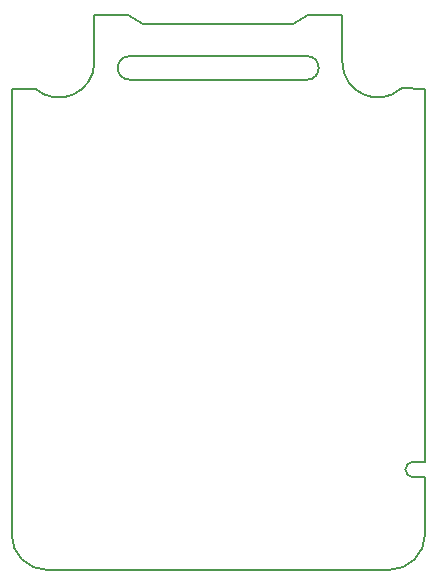
<source format=gm1>
G04 #@! TF.GenerationSoftware,KiCad,Pcbnew,5.1.9*
G04 #@! TF.CreationDate,2021-04-02T18:31:16+02:00*
G04 #@! TF.ProjectId,xling,786c696e-672e-46b6-9963-61645f706362,4.1*
G04 #@! TF.SameCoordinates,Original*
G04 #@! TF.FileFunction,Profile,NP*
%FSLAX46Y46*%
G04 Gerber Fmt 4.6, Leading zero omitted, Abs format (unit mm)*
G04 Created by KiCad (PCBNEW 5.1.9) date 2021-04-02 18:31:16*
%MOMM*%
%LPD*%
G01*
G04 APERTURE LIST*
G04 #@! TA.AperFunction,Profile*
%ADD10C,0.200000*%
G04 #@! TD*
G04 APERTURE END LIST*
D10*
X77182000Y-42860000D02*
G75*
G02*
X77182000Y-44860000I0J-1000000D01*
G01*
X62182000Y-44860000D02*
G75*
G02*
X62182000Y-42860000I0J1000000D01*
G01*
X87182000Y-78520245D02*
X87182000Y-83360000D01*
X86182000Y-78520245D02*
G75*
G02*
X86200000Y-77200000I0J660245D01*
G01*
X87182000Y-78520245D02*
X86182000Y-78520245D01*
X87182000Y-77200000D02*
X86200000Y-77200000D01*
X77182000Y-42860000D02*
X69682000Y-42860000D01*
X77182000Y-44860000D02*
X69682000Y-44860000D01*
X62182000Y-42860000D02*
X69682000Y-42860000D01*
X69682000Y-44860000D02*
X62182000Y-44860000D01*
X85175092Y-45602228D02*
G75*
G02*
X80182000Y-43360000I-1993092J2242228D01*
G01*
X87182000Y-45610000D02*
X85175092Y-45602228D01*
X54182001Y-45609999D02*
X52182000Y-45610000D01*
X59192397Y-43360000D02*
G75*
G02*
X54182001Y-45609999I-3010397J0D01*
G01*
X77302000Y-39360000D02*
X80182000Y-39360000D01*
X80182000Y-43360000D02*
X80182000Y-39360000D01*
X59192397Y-43360000D02*
X59182000Y-39360000D01*
X87182000Y-83360000D02*
G75*
G02*
X84182000Y-86360000I-3000000J0D01*
G01*
X55182000Y-86360000D02*
G75*
G02*
X52182000Y-83360000I0J3000000D01*
G01*
X59182000Y-39360000D02*
X62062000Y-39360000D01*
X76032000Y-40122000D02*
X63332000Y-40122000D01*
X77302000Y-39360000D02*
X76032000Y-40122000D01*
X62062000Y-39360000D02*
X63332000Y-40122000D01*
X87182000Y-45610000D02*
X87182000Y-77200000D01*
X52182000Y-83360000D02*
X52182000Y-45610000D01*
X84182000Y-86360000D02*
X55182000Y-86360000D01*
M02*

</source>
